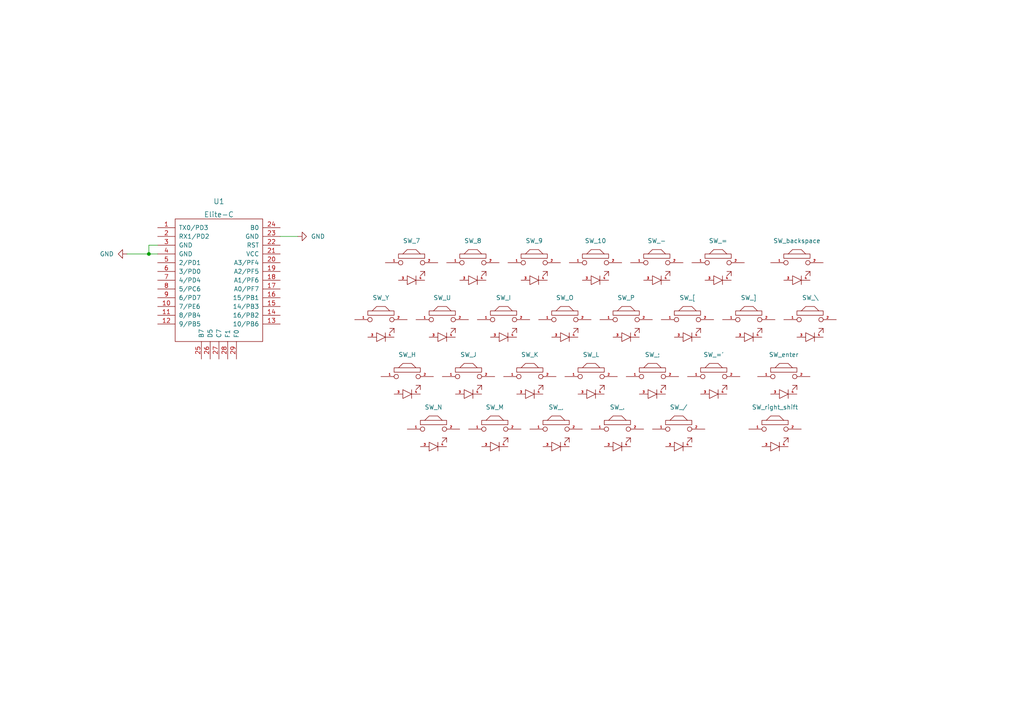
<source format=kicad_sch>
(kicad_sch (version 20211123) (generator eeschema)
  (paper "A4")
  (title_block (title "placeholder title") (date "12.06.2022") (rev "1"))
  (lib_symbols
    (symbol "Keebio:Elite-C" (pin_names (offset 1.016))
      (property "Reference" "U" (at 0 0 0))
      (property "Value" "Elite-C" (at 0 2.54 0))
      (symbol "Elite-C_0_1"
        (rectangle (start 12.7 -19.05) (end -12.7 16.51))
      )
      (symbol "Elite-C_1_1"
        (pin input line (at -17.78 13.97 0) (length 5.08) (name "TX0/PD3") (number "1"))
        (pin input line (at -17.78 -8.89 0) (length 5.08) (name "7/PE6") (number "10"))
        (pin input line (at -17.78 -11.43 0) (length 5.08) (name "8/PB4") (number "11"))
        (pin input line (at -17.78 -13.97 0) (length 5.08) (name "9/PB5") (number "12"))
        (pin input line (at 17.78 -13.97 180) (length 5.08) (name "10/PB6") (number "13"))
        (pin input line (at 17.78 -11.43 180) (length 5.08) (name "16/PB2") (number "14"))
        (pin input line (at 17.78 -8.89 180) (length 5.08) (name "14/PB3") (number "15"))
        (pin input line (at 17.78 -6.35 180) (length 5.08) (name "15/PB1") (number "16"))
        (pin input line (at 17.78 -3.81 180) (length 5.08) (name "A0/PF7") (number "17"))
        (pin input line (at 17.78 -1.27 180) (length 5.08) (name "A1/PF6") (number "18"))
        (pin input line (at 17.78 1.27 180) (length 5.08) (name "A2/PF5") (number "19"))
        (pin input line (at -17.78 11.43 0) (length 5.08) (name "RX1/PD2") (number "2"))
        (pin input line (at 17.78 3.81 180) (length 5.08) (name "A3/PF4") (number "20"))
        (pin input line (at 17.78 6.35 180) (length 5.08) (name "VCC") (number "21"))
        (pin input line (at 17.78 8.89 180) (length 5.08) (name "RST") (number "22"))
        (pin input line (at 17.78 11.43 180) (length 5.08) (name "GND") (number "23"))
        (pin input line (at 17.78 13.97 180) (length 5.08) (name "B0") (number "24"))
        (pin input line (at -5.08 -24.13 90) (length 5.08) (name "B7") (number "25"))
        (pin input line (at -2.54 -24.13 90) (length 5.08) (name "D5") (number "26"))
        (pin input line (at 0 -24.13 90) (length 5.08) (name "C7") (number "27"))
        (pin input line (at 2.54 -24.13 90) (length 5.08) (name "F1") (number "28"))
        (pin input line (at 5.08 -24.13 90) (length 5.08) (name "F0") (number "29"))
        (pin input line (at -17.78 8.89 0) (length 5.08) (name "GND") (number "3"))
        (pin input line (at -17.78 6.35 0) (length 5.08) (name "GND") (number "4"))
        (pin input line (at -17.78 3.81 0) (length 5.08) (name "2/PD1") (number "5"))
        (pin input line (at -17.78 1.27 0) (length 5.08) (name "3/PD0") (number "6"))
        (pin input line (at -17.78 -1.27 0) (length 5.08) (name "4/PD4") (number "7"))
        (pin input line (at -17.78 -3.81 0) (length 5.08) (name "5/PC6") (number "8"))
        (pin input line (at -17.78 -6.35 0) (length 5.08) (name "6/PD7") (number "9"))
      )
    )
    (symbol "keebio:MX" (pin_names (offset 1.016))
      (property "Reference" "SW" (at 0 5.08 0))
      (symbol "MX_0_1"
        (polyline (pts (xy 1.27 -3.81) (xy 1.27 -6.35)))
        (polyline (pts (xy 2.54 -3.81) (xy 3.81 -2.54)))
        (polyline (pts (xy 3.81 -3.81) (xy 3.81 -2.54) (xy 2.54 -2.54)))
        (polyline (pts (xy -2.54 2.54) (xy -1.27 3.81) (xy 1.27 3.81) (xy 2.54 2.54)))
        (polyline (pts (xy -1.27 -3.81) (xy -1.27 -6.35) (xy 1.27 -5.08) (xy -1.27 -3.81)))
        (polyline (pts (xy -3.81 1.27) (xy 3.81 1.27) (xy 3.81 2.54) (xy -3.81 2.54) (xy -3.81 1.27)))
      )
      (symbol "MX_1_1"
        (pin input inverted (at -7.62 0 0) (length 5.08) (name "~") (number "1"))
        (pin input inverted (at 7.62 0 180) (length 5.08) (name "~") (number "2"))
        (pin input line (at -3.81 -5.08 0) (length 2.54) (name "~") (number "3"))
        (pin input line (at 3.81 -5.08 180) (length 2.54) (name "~") (number "4"))
      )
    )
    (symbol "power:GND" (power) (pin_names (offset 0))
      (property "Value" "GND" (at 0 -3.81 0))
      (symbol "GND_0_1"
        (polyline (pts (xy 0 0) (xy 0 -1.27) (xy 1.27 -1.27) (xy 0 -2.54) (xy -1.27 -1.27) (xy 0 -1.27)))
      )
      (symbol "GND_1_1"
        (pin power_in line (at 0 0 270) (length 0) hide (name "GND") (number "1"))
      )
    )
  )
  (junction (at 43.18 73.66))
  (wire (pts (xy 43.18 73.66) (xy 45.72 73.66)))
  (wire (pts (xy 45.72 71.12) (xy 43.18 71.12)))
  (wire (pts (xy 43.18 71.12) (xy 43.18 73.66)))
  (wire (pts (xy 81.28 68.58) (xy 86.36 68.58)))
  (wire (pts (xy 36.83 73.66) (xy 43.18 73.66)))
  (symbol (lib_id "keebio:MX") (at 231.14 76.2 0) (unit 1)
    (property "Reference" "SW_backspace" (at 231.14 69.85 0))
    (property "Value" "MX" (effects hide))
    (property "Footprint" "keebio:Kailh-PG1350-1u" (effects hide))
  )
  (symbol (lib_id "keebio:MX") (at 208.28 76.2 0) (unit 1)
    (property "Reference" "SW_=" (at 208.28 69.85 0))
    (property "Value" "MX" (effects hide))
    (property "Footprint" "keebio:Kailh-PG1350-1u" (effects hide))
  )
  (symbol (lib_id "keebio:MX") (at 190.5 76.2 0) (unit 1)
    (property "Reference" "SW_-" (at 190.5 69.85 0))
    (property "Value" "MX" (effects hide))
    (property "Footprint" "keebio:Kailh-PG1350-1u" (effects hide))
  )
  (symbol (lib_id "keebio:MX") (at 207.01 109.22 0) (unit 1)
    (property "Reference" "SW_='" (at 207.01 102.87 0))
    (property "Value" "MX" (effects hide))
    (property "Footprint" "keebio:Kailh-PG1350-1u" (effects hide))
  )
  (symbol (lib_id "keebio:MX") (at 154.94 76.2 0) (unit 1)
    (property "Reference" "SW_9" (at 154.94 69.85 0))
    (property "Value" "MX" (effects hide))
    (property "Footprint" "keebio:Kailh-PG1350-1u" (effects hide))
  )
  (symbol (lib_id "keebio:MX") (at 153.67 109.22 0) (unit 1)
    (property "Reference" "SW_K" (at 153.67 102.87 0))
    (property "Value" "MX" (effects hide))
    (property "Footprint" "keebio:Kailh-PG1350-1u" (effects hide))
  )
  (symbol (lib_id "keebio:MX") (at 181.61 92.71 0) (unit 1)
    (property "Reference" "SW_P" (at 181.61 86.36 0))
    (property "Value" "MX" (effects hide))
    (property "Footprint" "keebio:Kailh-PG1350-1u" (effects hide))
  )
  (symbol (lib_id "keebio:MX") (at 128.27 92.71 0) (unit 1)
    (property "Reference" "SW_U" (at 128.27 86.36 0))
    (property "Value" "MX" (effects hide))
    (property "Footprint" "keebio:Kailh-PG1350-1u" (effects hide))
  )
  (symbol (lib_id "keebio:MX") (at 110.49 92.71 0) (unit 1)
    (property "Reference" "SW_Y" (at 110.49 86.36 0))
    (property "Value" "MX" (effects hide))
    (property "Footprint" "keebio:Kailh-PG1350-1u" (effects hide))
  )
  (symbol (lib_id "keebio:MX") (at 143.51 124.46 0) (unit 1)
    (property "Reference" "SW_M" (at 143.51 118.11 0))
    (property "Value" "MX" (effects hide))
    (property "Footprint" "keebio:Kailh-PG1350-1u" (effects hide))
  )
  (symbol (lib_id "keebio:MX") (at 227.33 109.22 0) (unit 1)
    (property "Reference" "SW_enter" (at 227.33 102.87 0))
    (property "Value" "MX" (effects hide))
    (property "Footprint" "keebio:Kailh-PG1350-1u" (effects hide))
  )
  (symbol (lib_id "keebio:MX") (at 196.85 124.46 0) (unit 1)
    (property "Reference" "SW_/" (at 196.85 118.11 0))
    (property "Value" "MX" (effects hide))
    (property "Footprint" "keebio:Kailh-PG1350-1u" (effects hide))
  )
  (symbol (lib_id "keebio:MX") (at 199.39 92.71 0) (unit 1)
    (property "Reference" "SW_[" (at 199.39 86.36 0))
    (property "Value" "MX" (effects hide))
    (property "Footprint" "keebio:Kailh-PG1350-1u" (effects hide))
  )
  (symbol (lib_id "keebio:MX") (at 146.05 92.71 0) (unit 1)
    (property "Reference" "SW_I" (at 146.05 86.36 0))
    (property "Value" "MX" (effects hide))
    (property "Footprint" "keebio:Kailh-PG1350-1u" (effects hide))
  )
  (symbol (lib_id "keebio:MX") (at 224.79 124.46 0) (unit 1)
    (property "Reference" "SW_right_shift" (at 224.79 118.11 0))
    (property "Value" "MX" (effects hide))
    (property "Footprint" "keebio:Kailh-PG1350-1u" (effects hide))
  )
  (symbol (lib_id "keebio:MX") (at 172.72 76.2 0) (unit 1)
    (property "Reference" "SW_10" (at 172.72 69.85 0))
    (property "Value" "MX" (effects hide))
    (property "Footprint" "keebio:Kailh-PG1350-1u" (effects hide))
  )
  (symbol (lib_id "keebio:MX") (at 135.89 109.22 0) (unit 1)
    (property "Reference" "SW_J" (at 135.89 102.87 0))
    (property "Value" "MX" (effects hide))
    (property "Footprint" "keebio:Kailh-PG1350-1u" (effects hide))
  )
  (symbol (lib_id "keebio:MX") (at 171.45 109.22 0) (unit 1)
    (property "Reference" "SW_L" (at 171.45 102.87 0))
    (property "Value" "MX" (effects hide))
    (property "Footprint" "keebio:Kailh-PG1350-1u" (effects hide))
  )
  (symbol (lib_id "Keebio:Elite-C") (at 63.5 80.01 0) (unit 1)
    (property "Reference" "U1" (at 63.5 58.42 0) (effects (font (size 1.524 1.524))))
    (property "Value" "Elite-C" (at 63.5 62.23 0) (effects (font (size 1.524 1.524))))
    (property "Footprint" "keebio:Elite-C" (effects hide))
  )
  (symbol (lib_id "power:GND") (at 86.36 68.58 90) (unit 1)
    (property "Reference" "#PWR0102" (effects hide))
    (property "Value" "GND" (at 90.17 68.5799 90) (effects (justify right)))
  )
  (symbol (lib_id "keebio:MX") (at 179.07 124.46 0) (unit 1)
    (property "Reference" "SW_." (at 179.07 118.11 0))
    (property "Value" "MX" (effects hide))
    (property "Footprint" "keebio:Kailh-PG1350-1u" (effects hide))
  )
  (symbol (lib_id "keebio:MX") (at 217.17 92.71 0) (unit 1)
    (property "Reference" "SW_]" (at 217.17 86.36 0))
    (property "Value" "MX" (effects hide))
    (property "Footprint" "keebio:Kailh-PG1350-1u" (effects hide))
  )
  (symbol (lib_id "keebio:MX") (at 163.83 92.71 0) (unit 1)
    (property "Reference" "SW_O" (at 163.83 86.36 0))
    (property "Value" "MX" (effects hide))
    (property "Footprint" "keebio:Kailh-PG1350-1u" (effects hide))
  )
  (symbol (lib_id "keebio:MX") (at 161.29 124.46 0) (unit 1)
    (property "Reference" "SW_," (at 161.29 118.11 0))
    (property "Value" "MX" (effects hide))
    (property "Footprint" "keebio:Kailh-PG1350-1u" (effects hide))
  )
  (symbol (lib_id "keebio:MX") (at 118.11 109.22 0) (unit 1)
    (property "Reference" "SW_H" (at 118.11 102.87 0))
    (property "Value" "MX" (effects hide))
    (property "Footprint" "keebio:Kailh-PG1350-1u" (effects hide))
  )
  (symbol (lib_id "keebio:MX") (at 189.23 109.22 0) (unit 1)
    (property "Reference" "SW_;" (at 189.23 102.87 0))
    (property "Value" "MX" (effects hide))
    (property "Footprint" "keebio:Kailh-PG1350-1u" (effects hide))
  )
  (symbol (lib_id "keebio:MX") (at 125.73 124.46 0) (unit 1)
    (property "Reference" "SW_N" (at 125.73 118.11 0))
    (property "Value" "MX" (effects hide))
    (property "Footprint" "keebio:Kailh-PG1350-1u" (effects hide))
  )
  (symbol (lib_id "keebio:MX") (at 137.16 76.2 0) (unit 1)
    (property "Reference" "SW_8" (at 137.16 69.85 0))
    (property "Value" "MX" (effects hide))
    (property "Footprint" "keebio:Kailh-PG1350-1u" (effects hide))
  )
  (symbol (lib_id "power:GND") (at 36.83 73.66 270) (unit 1)
    (property "Reference" "#PWR0101" (effects hide))
    (property "Value" "GND" (at 33.02 73.6599 90) (effects (justify right)))
  )
  (symbol (lib_id "keebio:MX") (at 234.95 92.71 0) (unit 1)
    (property "Reference" "SW_\\" (at 234.95 86.36 0))
    (property "Value" "MX" (effects hide))
    (property "Footprint" "keebio:Kailh-PG1350-1u" (effects hide))
  )
  (symbol (lib_id "keebio:MX") (at 119.38 76.2 0) (unit 1)
    (property "Reference" "SW_7" (at 119.38 69.85 0))
    (property "Value" "MX" (effects hide))
    (property "Footprint" "keebio:Kailh-PG1350-1u" (effects hide))
  )
)
</source>
